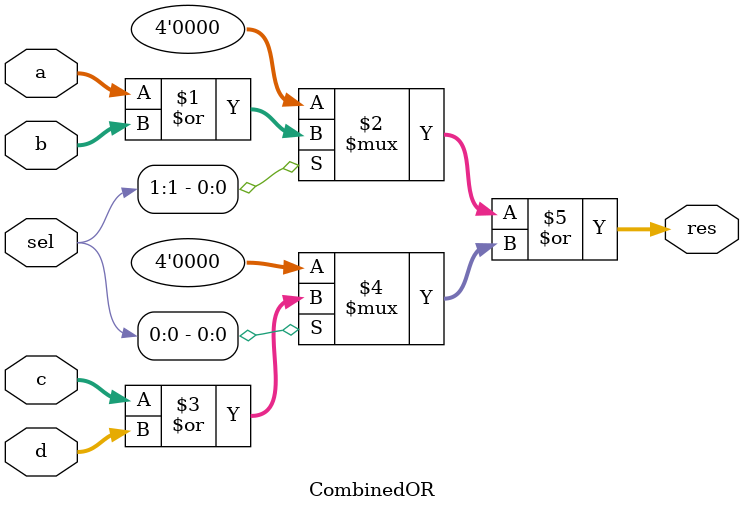
<source format=sv>
module CombinedOR(
    input [1:0] sel,
    input [3:0] a, b, c, d,
    output [3:0] res
);
    assign res = (sel[1] ? (a | b) : 4'b0) | 
                (sel[0] ? (c | d) : 4'b0);
endmodule

</source>
